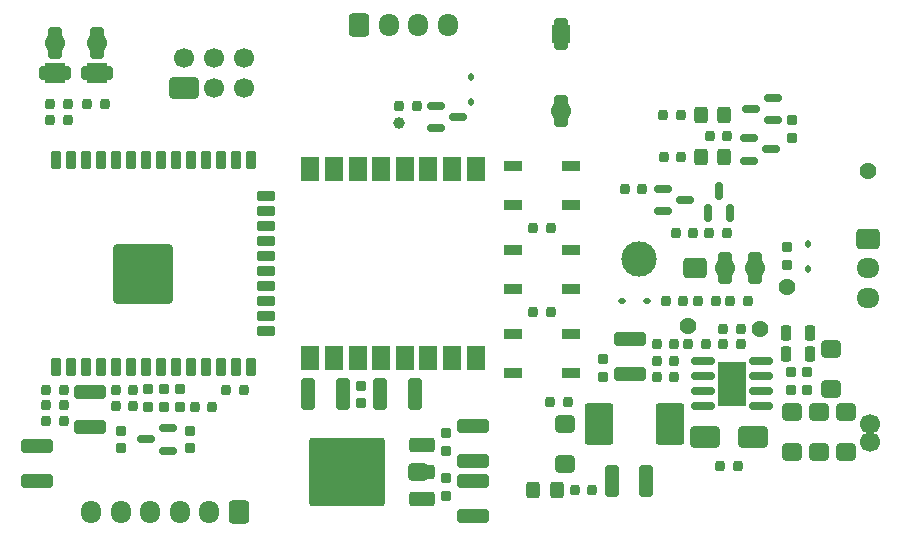
<source format=gbr>
%TF.GenerationSoftware,KiCad,Pcbnew,9.0.2*%
<<<<<<< HEAD
%TF.CreationDate,2025-06-18T20:52:38+02:00*%
=======
%TF.CreationDate,2025-06-17T18:05:03+02:00*%
>>>>>>> 2e23f7f8cb64151a60ec3d004f8241720292418e
%TF.ProjectId,Robobuoy-Top-v2_1,526f626f-6275-46f7-992d-546f702d7632,rev?*%
%TF.SameCoordinates,Original*%
%TF.FileFunction,Soldermask,Top*%
%TF.FilePolarity,Negative*%
%FSLAX46Y46*%
G04 Gerber Fmt 4.6, Leading zero omitted, Abs format (unit mm)*
<<<<<<< HEAD
G04 Created by KiCad (PCBNEW 9.0.2) date 2025-06-18 20:52:38*
=======
G04 Created by KiCad (PCBNEW 9.0.2) date 2025-06-17 18:05:03*
>>>>>>> 2e23f7f8cb64151a60ec3d004f8241720292418e
%MOMM*%
%LPD*%
G01*
G04 APERTURE LIST*
G04 Aperture macros list*
%AMRoundRect*
0 Rectangle with rounded corners*
0 $1 Rounding radius*
0 $2 $3 $4 $5 $6 $7 $8 $9 X,Y pos of 4 corners*
0 Add a 4 corners polygon primitive as box body*
4,1,4,$2,$3,$4,$5,$6,$7,$8,$9,$2,$3,0*
0 Add four circle primitives for the rounded corners*
1,1,$1+$1,$2,$3*
1,1,$1+$1,$4,$5*
1,1,$1+$1,$6,$7*
1,1,$1+$1,$8,$9*
0 Add four rect primitives between the rounded corners*
20,1,$1+$1,$2,$3,$4,$5,0*
20,1,$1+$1,$4,$5,$6,$7,0*
20,1,$1+$1,$6,$7,$8,$9,0*
20,1,$1+$1,$8,$9,$2,$3,0*%
G04 Aperture macros list end*
<<<<<<< HEAD
%ADD10RoundRect,0.317500X0.698500X0.317500X-0.698500X0.317500X-0.698500X-0.317500X0.698500X-0.317500X0*%
%ADD11RoundRect,0.300000X0.700000X0.300000X-0.700000X0.300000X-0.700000X-0.300000X0.700000X-0.300000X0*%
%ADD12RoundRect,0.500000X0.500000X1.100000X-0.500000X1.100000X-0.500000X-1.100000X0.500000X-1.100000X0*%
%ADD13RoundRect,0.250000X-0.650000X0.325000X-0.650000X-0.325000X0.650000X-0.325000X0.650000X0.325000X0*%
%ADD14RoundRect,0.090000X0.660000X0.360000X-0.660000X0.360000X-0.660000X-0.360000X0.660000X-0.360000X0*%
%ADD15RoundRect,0.200000X-0.200000X-0.250000X0.200000X-0.250000X0.200000X0.250000X-0.200000X0.250000X0*%
%ADD16RoundRect,0.200000X0.250000X-0.200000X0.250000X0.200000X-0.250000X0.200000X-0.250000X-0.200000X0*%
%ADD17RoundRect,0.200000X0.200000X0.250000X-0.200000X0.250000X-0.200000X-0.250000X0.200000X-0.250000X0*%
%ADD18RoundRect,0.250000X-0.600000X-0.725000X0.600000X-0.725000X0.600000X0.725000X-0.600000X0.725000X0*%
%ADD19O,1.700000X1.950000*%
%ADD20RoundRect,0.200000X-0.250000X0.200000X-0.250000X-0.200000X0.250000X-0.200000X0.250000X0.200000X0*%
%ADD21C,1.400000*%
%ADD22R,1.700000X1.700000*%
%ADD23C,1.700000*%
%ADD24RoundRect,0.225000X-0.225000X-0.425000X0.225000X-0.425000X0.225000X0.425000X-0.225000X0.425000X0*%
%ADD25RoundRect,0.250000X1.100000X-0.325000X1.100000X0.325000X-1.100000X0.325000X-1.100000X-0.325000X0*%
%ADD26RoundRect,0.250000X-0.325000X-1.100000X0.325000X-1.100000X0.325000X1.100000X-0.325000X1.100000X0*%
%ADD27RoundRect,0.250000X0.600000X-0.600000X0.600000X0.600000X-0.600000X0.600000X-0.600000X-0.600000X0*%
%ADD28RoundRect,0.150000X-0.587500X-0.150000X0.587500X-0.150000X0.587500X0.150000X-0.587500X0.150000X0*%
%ADD29RoundRect,0.112500X0.187500X0.112500X-0.187500X0.112500X-0.187500X-0.112500X0.187500X-0.112500X0*%
%ADD30RoundRect,0.250000X-1.000000X-0.650000X1.000000X-0.650000X1.000000X0.650000X-1.000000X0.650000X0*%
%ADD31RoundRect,0.300000X0.300000X0.400000X-0.300000X0.400000X-0.300000X-0.400000X0.300000X-0.400000X0*%
%ADD32RoundRect,0.250000X-1.100000X0.325000X-1.100000X-0.325000X1.100000X-0.325000X1.100000X0.325000X0*%
%ADD33R,1.500000X2.000000*%
%ADD34RoundRect,0.225000X0.225000X-0.525000X0.225000X0.525000X-0.225000X0.525000X-0.225000X-0.525000X0*%
%ADD35RoundRect,0.225000X0.525000X0.225000X-0.525000X0.225000X-0.525000X-0.225000X0.525000X-0.225000X0*%
%ADD36RoundRect,0.250000X2.250000X-2.250000X2.250000X2.250000X-2.250000X2.250000X-2.250000X-2.250000X0*%
%ADD37RoundRect,0.150000X0.825000X0.150000X-0.825000X0.150000X-0.825000X-0.150000X0.825000X-0.150000X0*%
%ADD38R,2.410000X3.810000*%
%ADD39RoundRect,0.150000X0.587500X0.150000X-0.587500X0.150000X-0.587500X-0.150000X0.587500X-0.150000X0*%
%ADD40RoundRect,0.250000X0.600000X0.725000X-0.600000X0.725000X-0.600000X-0.725000X0.600000X-0.725000X0*%
%ADD41RoundRect,0.250000X0.650000X-0.325000X0.650000X0.325000X-0.650000X0.325000X-0.650000X-0.325000X0*%
%ADD42RoundRect,0.112500X-0.112500X0.187500X-0.112500X-0.187500X0.112500X-0.187500X0.112500X0.187500X0*%
%ADD43RoundRect,0.206250X-0.618750X-0.618750X0.618750X-0.618750X0.618750X0.618750X-0.618750X0.618750X0*%
%ADD44RoundRect,0.250000X-0.725000X0.600000X-0.725000X-0.600000X0.725000X-0.600000X0.725000X0.600000X0*%
%ADD45O,1.950000X1.700000*%
%ADD46RoundRect,0.300000X-0.300000X-0.400000X0.300000X-0.400000X0.300000X0.400000X-0.300000X0.400000X0*%
%ADD47RoundRect,0.230769X0.969231X1.519231X-0.969231X1.519231X-0.969231X-1.519231X0.969231X-1.519231X0*%
%ADD48R,1.650000X1.650000*%
%ADD49RoundRect,0.250000X0.325000X1.100000X-0.325000X1.100000X-0.325000X-1.100000X0.325000X-1.100000X0*%
%ADD50C,3.000000*%
%ADD51RoundRect,0.375000X-0.475000X0.375000X-0.475000X-0.375000X0.475000X-0.375000X0.475000X0.375000X0*%
%ADD52RoundRect,0.150000X0.150000X-0.587500X0.150000X0.587500X-0.150000X0.587500X-0.150000X-0.587500X0*%
%ADD53C,1.000000*%
G04 APERTURE END LIST*
D10*
%TO.C,U201*%
X2489200Y-17258000D03*
D11*
X2489200Y-14958000D03*
X2489200Y-19558000D03*
D12*
X-3558800Y-17258000D03*
%TD*%
D13*
%TO.C,C203*%
X38836600Y-12368000D03*
X38836600Y-15318000D03*
%TD*%
D14*
=======
%ADD10RoundRect,0.375000X-0.475000X0.375000X-0.475000X-0.375000X0.475000X-0.375000X0.475000X0.375000X0*%
%ADD11RoundRect,0.090000X0.660000X0.360000X-0.660000X0.360000X-0.660000X-0.360000X0.660000X-0.360000X0*%
%ADD12RoundRect,0.200000X-0.200000X-0.250000X0.200000X-0.250000X0.200000X0.250000X-0.200000X0.250000X0*%
%ADD13RoundRect,0.200000X0.250000X-0.200000X0.250000X0.200000X-0.250000X0.200000X-0.250000X-0.200000X0*%
%ADD14RoundRect,0.200000X0.200000X0.250000X-0.200000X0.250000X-0.200000X-0.250000X0.200000X-0.250000X0*%
%ADD15RoundRect,0.250000X-0.600000X-0.725000X0.600000X-0.725000X0.600000X0.725000X-0.600000X0.725000X0*%
%ADD16O,1.700000X1.950000*%
%ADD17RoundRect,0.200000X-0.250000X0.200000X-0.250000X-0.200000X0.250000X-0.200000X0.250000X0.200000X0*%
%ADD18C,1.400000*%
%ADD19R,1.700000X1.700000*%
%ADD20C,1.700000*%
%ADD21RoundRect,0.225000X-0.225000X-0.425000X0.225000X-0.425000X0.225000X0.425000X-0.225000X0.425000X0*%
%ADD22RoundRect,0.250000X1.100000X-0.325000X1.100000X0.325000X-1.100000X0.325000X-1.100000X-0.325000X0*%
%ADD23RoundRect,0.250000X-0.325000X-1.100000X0.325000X-1.100000X0.325000X1.100000X-0.325000X1.100000X0*%
%ADD24RoundRect,0.250000X0.600000X-0.600000X0.600000X0.600000X-0.600000X0.600000X-0.600000X-0.600000X0*%
%ADD25RoundRect,0.150000X-0.587500X-0.150000X0.587500X-0.150000X0.587500X0.150000X-0.587500X0.150000X0*%
%ADD26RoundRect,0.112500X0.187500X0.112500X-0.187500X0.112500X-0.187500X-0.112500X0.187500X-0.112500X0*%
%ADD27RoundRect,0.250000X-1.000000X-0.650000X1.000000X-0.650000X1.000000X0.650000X-1.000000X0.650000X0*%
%ADD28RoundRect,0.300000X0.300000X0.400000X-0.300000X0.400000X-0.300000X-0.400000X0.300000X-0.400000X0*%
%ADD29RoundRect,0.250000X-1.100000X0.325000X-1.100000X-0.325000X1.100000X-0.325000X1.100000X0.325000X0*%
%ADD30R,1.500000X2.000000*%
%ADD31RoundRect,0.225000X0.225000X-0.525000X0.225000X0.525000X-0.225000X0.525000X-0.225000X-0.525000X0*%
%ADD32RoundRect,0.225000X0.525000X0.225000X-0.525000X0.225000X-0.525000X-0.225000X0.525000X-0.225000X0*%
%ADD33RoundRect,0.250000X2.250000X-2.250000X2.250000X2.250000X-2.250000X2.250000X-2.250000X-2.250000X0*%
%ADD34RoundRect,0.150000X0.825000X0.150000X-0.825000X0.150000X-0.825000X-0.150000X0.825000X-0.150000X0*%
%ADD35R,2.410000X3.810000*%
%ADD36RoundRect,0.250000X0.850000X0.350000X-0.850000X0.350000X-0.850000X-0.350000X0.850000X-0.350000X0*%
%ADD37RoundRect,0.249997X2.950003X2.650003X-2.950003X2.650003X-2.950003X-2.650003X2.950003X-2.650003X0*%
%ADD38RoundRect,0.150000X0.587500X0.150000X-0.587500X0.150000X-0.587500X-0.150000X0.587500X-0.150000X0*%
%ADD39RoundRect,0.250000X0.600000X0.725000X-0.600000X0.725000X-0.600000X-0.725000X0.600000X-0.725000X0*%
%ADD40RoundRect,0.375000X0.475000X-0.375000X0.475000X0.375000X-0.475000X0.375000X-0.475000X-0.375000X0*%
%ADD41RoundRect,0.112500X-0.112500X0.187500X-0.112500X-0.187500X0.112500X-0.187500X0.112500X0.187500X0*%
%ADD42RoundRect,0.206250X-0.618750X-0.618750X0.618750X-0.618750X0.618750X0.618750X-0.618750X0.618750X0*%
%ADD43RoundRect,0.250000X-0.725000X0.600000X-0.725000X-0.600000X0.725000X-0.600000X0.725000X0.600000X0*%
%ADD44O,1.950000X1.700000*%
%ADD45RoundRect,0.300000X-0.300000X-0.400000X0.300000X-0.400000X0.300000X0.400000X-0.300000X0.400000X0*%
%ADD46RoundRect,0.230769X0.969231X1.519231X-0.969231X1.519231X-0.969231X-1.519231X0.969231X-1.519231X0*%
%ADD47R,1.650000X1.650000*%
%ADD48RoundRect,0.250000X0.325000X1.100000X-0.325000X1.100000X-0.325000X-1.100000X0.325000X-1.100000X0*%
%ADD49C,3.000000*%
%ADD50RoundRect,0.150000X0.150000X-0.587500X0.150000X0.587500X-0.150000X0.587500X-0.150000X-0.587500X0*%
%ADD51C,1.000000*%
G04 APERTURE END LIST*
D10*
%TO.C,C203*%
X38747000Y-12143000D03*
X38747000Y-15543000D03*
%TD*%
D11*
>>>>>>> 2e23f7f8cb64151a60ec3d004f8241720292418e
%TO.C,D102*%
X15429400Y-8873000D03*
X15429400Y-5573000D03*
X10529400Y-5573000D03*
X10529400Y-8873000D03*
%TD*%
<<<<<<< HEAD
D15*
=======
D12*
>>>>>>> 2e23f7f8cb64151a60ec3d004f8241720292418e
%TO.C,R103*%
X-23102000Y-11633200D03*
X-21602000Y-11633200D03*
%TD*%
%TO.C,C215*%
X22706200Y-9169400D03*
X24206200Y-9169400D03*
%TD*%
<<<<<<< HEAD
D16*
=======
D13*
>>>>>>> 2e23f7f8cb64151a60ec3d004f8241720292418e
%TO.C,C205*%
X35445000Y-10275000D03*
X35445000Y-8775000D03*
%TD*%
<<<<<<< HEAD
D17*
=======
D14*
>>>>>>> 2e23f7f8cb64151a60ec3d004f8241720292418e
%TO.C,R110*%
X24778400Y13004800D03*
X23278400Y13004800D03*
%TD*%
<<<<<<< HEAD
D18*
%TO.C,J103*%
X-2463800Y20650200D03*
D19*
=======
D15*
%TO.C,J103*%
X-2463800Y20650200D03*
D16*
>>>>>>> 2e23f7f8cb64151a60ec3d004f8241720292418e
X36200Y20650200D03*
X2536200Y20650200D03*
X5036200Y20650200D03*
%TD*%
<<<<<<< HEAD
D20*
=======
D17*
>>>>>>> 2e23f7f8cb64151a60ec3d004f8241720292418e
%TO.C,R105*%
X-22606000Y-13728000D03*
X-22606000Y-15228000D03*
%TD*%
<<<<<<< HEAD
D17*
=======
D14*
>>>>>>> 2e23f7f8cb64151a60ec3d004f8241720292418e
%TO.C,R217*%
X-14896400Y-11709400D03*
X-16396400Y-11709400D03*
%TD*%
<<<<<<< HEAD
D15*
=======
D12*
>>>>>>> 2e23f7f8cb64151a60ec3d004f8241720292418e
%TO.C,C101*%
X-28639200Y12547600D03*
X-27139200Y12547600D03*
%TD*%
<<<<<<< HEAD
D17*
=======
D14*
>>>>>>> 2e23f7f8cb64151a60ec3d004f8241720292418e
%TO.C,R102*%
X-27139200Y13919200D03*
X-28639200Y13919200D03*
%TD*%
<<<<<<< HEAD
D21*
%TO.C,TP204*%
X33731200Y-1574800D03*
%TD*%
D14*
=======
D18*
%TO.C,TP204*%
X33731200Y-1574800D03*
%TD*%
D11*
>>>>>>> 2e23f7f8cb64151a60ec3d004f8241720292418e
%TO.C,D104*%
X15429400Y5351000D03*
X15429400Y8651000D03*
X10529400Y8651000D03*
X10529400Y5351000D03*
%TD*%
<<<<<<< HEAD
D15*
=======
D12*
>>>>>>> 2e23f7f8cb64151a60ec3d004f8241720292418e
%TO.C,R108*%
X-13754800Y-10312400D03*
X-12254800Y-10312400D03*
%TD*%
%TO.C,R219*%
X15772000Y-18719800D03*
X17272000Y-18719800D03*
%TD*%
<<<<<<< HEAD
D13*
%TO.C,C201*%
X34112200Y-12368000D03*
X34112200Y-15318000D03*
%TD*%
D22*
%TO.C,SW102*%
X-28194000Y16505000D03*
D23*
X-28194000Y19045000D03*
%TD*%
D15*
=======
D10*
%TO.C,C201*%
X34175000Y-12143000D03*
X34175000Y-15543000D03*
%TD*%
D19*
%TO.C,SW102*%
X-28194000Y16505000D03*
D20*
X-28194000Y19045000D03*
%TD*%
D12*
>>>>>>> 2e23f7f8cb64151a60ec3d004f8241720292418e
%TO.C,C110*%
X-23102000Y-10312400D03*
X-21602000Y-10312400D03*
%TD*%
<<<<<<< HEAD
D24*
=======
D21*
>>>>>>> 2e23f7f8cb64151a60ec3d004f8241720292418e
%TO.C,C210*%
X33683000Y-5461000D03*
X35683000Y-5461000D03*
%TD*%
<<<<<<< HEAD
D25*
=======
D22*
>>>>>>> 2e23f7f8cb64151a60ec3d004f8241720292418e
%TO.C,C207*%
X7162800Y-16334000D03*
X7162800Y-13384000D03*
%TD*%
<<<<<<< HEAD
D26*
=======
D23*
>>>>>>> 2e23f7f8cb64151a60ec3d004f8241720292418e
%TO.C,C217*%
X18895800Y-18034000D03*
X21845800Y-18034000D03*
%TD*%
<<<<<<< HEAD
D17*
=======
D14*
>>>>>>> 2e23f7f8cb64151a60ec3d004f8241720292418e
%TO.C,R205*%
X24794400Y9448800D03*
X23294400Y9448800D03*
%TD*%
%TO.C,C105*%
X-27494800Y-11582400D03*
X-28994800Y-11582400D03*
%TD*%
<<<<<<< HEAD
D16*
=======
D13*
>>>>>>> 2e23f7f8cb64151a60ec3d004f8241720292418e
%TO.C,C206*%
X34061400Y-10275000D03*
X34061400Y-8775000D03*
%TD*%
<<<<<<< HEAD
D15*
=======
D12*
>>>>>>> 2e23f7f8cb64151a60ec3d004f8241720292418e
%TO.C,R215*%
X25398600Y-6426200D03*
X26898600Y-6426200D03*
%TD*%
<<<<<<< HEAD
D20*
=======
D17*
>>>>>>> 2e23f7f8cb64151a60ec3d004f8241720292418e
%TO.C,R104*%
X-16764000Y-13728000D03*
X-16764000Y-15228000D03*
%TD*%
<<<<<<< HEAD
D21*
%TO.C,TP202*%
X40640000Y8280400D03*
%TD*%
D15*
=======
D18*
%TO.C,TP202*%
X40640000Y8280400D03*
%TD*%
D12*
>>>>>>> 2e23f7f8cb64151a60ec3d004f8241720292418e
%TO.C,R214*%
X22706200Y-6426200D03*
X24206200Y-6426200D03*
%TD*%
<<<<<<< HEAD
D20*
=======
D17*
>>>>>>> 2e23f7f8cb64151a60ec3d004f8241720292418e
%TO.C,C220*%
X-20320000Y-10222800D03*
X-20320000Y-11722800D03*
%TD*%
<<<<<<< HEAD
D17*
=======
D14*
>>>>>>> 2e23f7f8cb64151a60ec3d004f8241720292418e
%TO.C,R206*%
X29845000Y-6426200D03*
X28345000Y-6426200D03*
%TD*%
%TO.C,R107*%
X2401000Y13741400D03*
X901000Y13741400D03*
%TD*%
<<<<<<< HEAD
D27*
%TO.C,J101*%
X-17277000Y15249500D03*
D23*
=======
D24*
%TO.C,J101*%
X-17277000Y15249500D03*
D20*
>>>>>>> 2e23f7f8cb64151a60ec3d004f8241720292418e
X-17277000Y17789500D03*
X-14737000Y15249500D03*
X-14737000Y17789500D03*
X-12197000Y15249500D03*
X-12197000Y17789500D03*
%TD*%
<<<<<<< HEAD
D20*
%TO.C,R106*%
X40741600Y-13194600D03*
X40741600Y-14694600D03*
%TD*%
D28*
=======
D17*
%TO.C,R106*%
X40665400Y-13194600D03*
X40665400Y-14694600D03*
%TD*%
D25*
>>>>>>> 2e23f7f8cb64151a60ec3d004f8241720292418e
%TO.C,Q203*%
X23243300Y6729900D03*
X23243300Y4829900D03*
X25118300Y5779900D03*
%TD*%
<<<<<<< HEAD
D17*
=======
D14*
>>>>>>> 2e23f7f8cb64151a60ec3d004f8241720292418e
%TO.C,C107*%
X13729400Y-3667000D03*
X12229400Y-3667000D03*
%TD*%
<<<<<<< HEAD
D29*
=======
D26*
>>>>>>> 2e23f7f8cb64151a60ec3d004f8241720292418e
%TO.C,D202*%
X21878000Y-2794000D03*
X19778000Y-2794000D03*
%TD*%
<<<<<<< HEAD
D16*
=======
D13*
>>>>>>> 2e23f7f8cb64151a60ec3d004f8241720292418e
%TO.C,C208*%
X4876800Y-15431200D03*
X4876800Y-13931200D03*
%TD*%
<<<<<<< HEAD
D17*
=======
D14*
>>>>>>> 2e23f7f8cb64151a60ec3d004f8241720292418e
%TO.C,R203*%
X30417200Y-2717800D03*
X28917200Y-2717800D03*
%TD*%
<<<<<<< HEAD
D28*
=======
D25*
>>>>>>> 2e23f7f8cb64151a60ec3d004f8241720292418e
%TO.C,Q117*%
X30523700Y11022500D03*
X30523700Y9122500D03*
X32398700Y10072500D03*
%TD*%
<<<<<<< HEAD
D13*
%TO.C,C202*%
X36461000Y-12368000D03*
X36461000Y-15318000D03*
%TD*%
D22*
%TO.C,SW101*%
X-24638000Y16510000D03*
D23*
X-24638000Y19050000D03*
%TD*%
D16*
=======
D10*
%TO.C,C202*%
X36461000Y-12143000D03*
X36461000Y-15543000D03*
%TD*%
D19*
%TO.C,SW101*%
X-24638000Y16510000D03*
D20*
X-24638000Y19050000D03*
%TD*%
D13*
>>>>>>> 2e23f7f8cb64151a60ec3d004f8241720292418e
%TO.C,C219*%
X18135600Y-9208200D03*
X18135600Y-7708200D03*
%TD*%
<<<<<<< HEAD
D30*
=======
D27*
>>>>>>> 2e23f7f8cb64151a60ec3d004f8241720292418e
%TO.C,D204*%
X26841000Y-14249400D03*
X30841000Y-14249400D03*
%TD*%
<<<<<<< HEAD
D15*
=======
D12*
>>>>>>> 2e23f7f8cb64151a60ec3d004f8241720292418e
%TO.C,R201*%
X23481600Y-2717800D03*
X24981600Y-2717800D03*
%TD*%
<<<<<<< HEAD
D31*
=======
D28*
>>>>>>> 2e23f7f8cb64151a60ec3d004f8241720292418e
%TO.C,D105*%
X28448000Y13004800D03*
X26448000Y13004800D03*
%TD*%
<<<<<<< HEAD
D32*
=======
D29*
>>>>>>> 2e23f7f8cb64151a60ec3d004f8241720292418e
%TO.C,C212*%
X7162800Y-18006800D03*
X7162800Y-20956800D03*
%TD*%
<<<<<<< HEAD
D15*
=======
D12*
>>>>>>> 2e23f7f8cb64151a60ec3d004f8241720292418e
%TO.C,C213*%
X28091000Y-16713200D03*
X29591000Y-16713200D03*
%TD*%
<<<<<<< HEAD
D24*
=======
D21*
>>>>>>> 2e23f7f8cb64151a60ec3d004f8241720292418e
%TO.C,C211*%
X33683000Y-7239000D03*
X35683000Y-7239000D03*
%TD*%
<<<<<<< HEAD
D17*
=======
D14*
>>>>>>> 2e23f7f8cb64151a60ec3d004f8241720292418e
%TO.C,C106*%
X-27494800Y-12903200D03*
X-28994800Y-12903200D03*
%TD*%
<<<<<<< HEAD
D33*
=======
D30*
>>>>>>> 2e23f7f8cb64151a60ec3d004f8241720292418e
%TO.C,U301*%
X-6610000Y-7610000D03*
X-4610000Y-7610000D03*
X-2610000Y-7610000D03*
X-610000Y-7610000D03*
X1390000Y-7610000D03*
X3390000Y-7610000D03*
X5390000Y-7610000D03*
X7390000Y-7610000D03*
X7390000Y8390000D03*
X5390000Y8390000D03*
X3390000Y8390000D03*
X1390000Y8390000D03*
X-610000Y8390000D03*
X-2610000Y8390000D03*
X-4610000Y8390000D03*
X-6610000Y8390000D03*
%TD*%
<<<<<<< HEAD
D14*
=======
D11*
>>>>>>> 2e23f7f8cb64151a60ec3d004f8241720292418e
%TO.C,D103*%
X15429400Y-1777000D03*
X15429400Y1523000D03*
X10529400Y1523000D03*
X10529400Y-1777000D03*
%TD*%
<<<<<<< HEAD
D15*
=======
D12*
>>>>>>> 2e23f7f8cb64151a60ec3d004f8241720292418e
%TO.C,R212*%
X27164600Y2971800D03*
X28664600Y2971800D03*
%TD*%
<<<<<<< HEAD
D26*
=======
D23*
>>>>>>> 2e23f7f8cb64151a60ec3d004f8241720292418e
%TO.C,C301*%
X-713000Y-10668000D03*
X2237000Y-10668000D03*
%TD*%
<<<<<<< HEAD
D20*
=======
D17*
>>>>>>> 2e23f7f8cb64151a60ec3d004f8241720292418e
%TO.C,R216*%
X-17653000Y-10248200D03*
X-17653000Y-11748200D03*
%TD*%
%TO.C,C209*%
X4902200Y-17741200D03*
X4902200Y-19241200D03*
%TD*%
<<<<<<< HEAD
D34*
=======
D31*
>>>>>>> 2e23f7f8cb64151a60ec3d004f8241720292418e
%TO.C,U101*%
X-28117000Y-8360000D03*
X-26847000Y-8360000D03*
X-25577000Y-8360000D03*
X-24307000Y-8360000D03*
X-23037000Y-8360000D03*
X-21767000Y-8360000D03*
X-20497000Y-8360000D03*
X-19227000Y-8360000D03*
X-17957000Y-8360000D03*
X-16687000Y-8360000D03*
X-15417000Y-8360000D03*
X-14147000Y-8360000D03*
X-12877000Y-8360000D03*
X-11607000Y-8360000D03*
<<<<<<< HEAD
D35*
=======
D32*
>>>>>>> 2e23f7f8cb64151a60ec3d004f8241720292418e
X-10357000Y-5325000D03*
X-10357000Y-4055000D03*
X-10357000Y-2785000D03*
X-10357000Y-1515000D03*
X-10357000Y-245000D03*
X-10357000Y1025000D03*
X-10357000Y2295000D03*
X-10357000Y3565000D03*
X-10357000Y4835000D03*
X-10357000Y6105000D03*
<<<<<<< HEAD
D34*
=======
D31*
>>>>>>> 2e23f7f8cb64151a60ec3d004f8241720292418e
X-11607000Y9140000D03*
X-12877000Y9140000D03*
X-14147000Y9140000D03*
X-15417000Y9140000D03*
X-16687000Y9140000D03*
X-17957000Y9140000D03*
X-19227000Y9140000D03*
X-20497000Y9140000D03*
X-21767000Y9140000D03*
X-23037000Y9140000D03*
X-24307000Y9140000D03*
X-25577000Y9140000D03*
X-26847000Y9140000D03*
X-28117000Y9140000D03*
<<<<<<< HEAD
D36*
X-20772000Y-470000D03*
%TD*%
D37*
=======
D33*
X-20772000Y-470000D03*
%TD*%
D34*
>>>>>>> 2e23f7f8cb64151a60ec3d004f8241720292418e
%TO.C,U202*%
X31570000Y-11684000D03*
X31570000Y-10414000D03*
X31570000Y-9144000D03*
X31570000Y-7874000D03*
X26620000Y-7874000D03*
X26620000Y-9144000D03*
X26620000Y-10414000D03*
X26620000Y-11684000D03*
<<<<<<< HEAD
D38*
X29095000Y-9779000D03*
%TD*%
D21*
%TO.C,TP201*%
X31431800Y-5105400D03*
%TD*%
D39*
=======
D35*
X29095000Y-9779000D03*
%TD*%
D18*
%TO.C,TP201*%
X31431800Y-5105400D03*
%TD*%
D36*
%TO.C,U201*%
X2804800Y-19501200D03*
X2804800Y-17221200D03*
D37*
X-3495200Y-17221200D03*
D36*
X2804800Y-14941200D03*
%TD*%
D38*
>>>>>>> 2e23f7f8cb64151a60ec3d004f8241720292418e
%TO.C,Q201*%
X32551100Y12562800D03*
X32551100Y14462800D03*
X30676100Y13512800D03*
%TD*%
<<<<<<< HEAD
D20*
=======
D17*
>>>>>>> 2e23f7f8cb64151a60ec3d004f8241720292418e
%TO.C,R218*%
X-18999200Y-10222800D03*
X-18999200Y-11722800D03*
%TD*%
<<<<<<< HEAD
D39*
=======
D38*
>>>>>>> 2e23f7f8cb64151a60ec3d004f8241720292418e
%TO.C,Q101*%
X-18620500Y-15428000D03*
X-18620500Y-13528000D03*
X-20495500Y-14478000D03*
%TD*%
<<<<<<< HEAD
D16*
=======
D13*
>>>>>>> 2e23f7f8cb64151a60ec3d004f8241720292418e
%TO.C,R109*%
X34204400Y11035600D03*
X34204400Y12535600D03*
%TD*%
<<<<<<< HEAD
D32*
=======
D29*
>>>>>>> 2e23f7f8cb64151a60ec3d004f8241720292418e
%TO.C,C103*%
X-29718000Y-15035000D03*
X-29718000Y-17985000D03*
%TD*%
<<<<<<< HEAD
D15*
=======
D12*
>>>>>>> 2e23f7f8cb64151a60ec3d004f8241720292418e
%TO.C,C218*%
X22706200Y-7848600D03*
X24206200Y-7848600D03*
%TD*%
<<<<<<< HEAD
D40*
%TO.C,J102*%
X-12649200Y-20599400D03*
D19*
=======
D39*
%TO.C,J102*%
X-12649200Y-20599400D03*
D16*
>>>>>>> 2e23f7f8cb64151a60ec3d004f8241720292418e
X-15149200Y-20599400D03*
X-17649200Y-20599400D03*
X-20149200Y-20599400D03*
X-22649200Y-20599400D03*
X-25149200Y-20599400D03*
%TD*%
<<<<<<< HEAD
D41*
%TO.C,C204*%
X37477000Y-9984000D03*
X37477000Y-7034000D03*
%TD*%
D20*
=======
D40*
%TO.C,C204*%
X37477000Y-10209000D03*
X37477000Y-6809000D03*
%TD*%
D17*
>>>>>>> 2e23f7f8cb64151a60ec3d004f8241720292418e
%TO.C,C303*%
X-2286000Y-9918000D03*
X-2286000Y-11418000D03*
%TD*%
<<<<<<< HEAD
D42*
=======
D41*
>>>>>>> 2e23f7f8cb64151a60ec3d004f8241720292418e
%TO.C,D101*%
X6959600Y16188400D03*
X6959600Y14088400D03*
%TD*%
<<<<<<< HEAD
D43*
%TO.C,SW201*%
X25960000Y0D03*
D23*
X28500000Y0D03*
X31040000Y0D03*
%TD*%
D17*
=======
D42*
%TO.C,SW201*%
X25960000Y0D03*
D20*
X28500000Y0D03*
X31040000Y0D03*
%TD*%
D14*
>>>>>>> 2e23f7f8cb64151a60ec3d004f8241720292418e
%TO.C,C104*%
X-27494800Y-10261600D03*
X-28994800Y-10261600D03*
%TD*%
<<<<<<< HEAD
D44*
%TO.C,J201*%
X40640000Y2500000D03*
D45*
X40640000Y0D03*
X40640000Y-2500000D03*
%TD*%
D31*
=======
D43*
%TO.C,J201*%
X40640000Y2500000D03*
D44*
X40640000Y0D03*
X40640000Y-2500000D03*
%TD*%
D28*
>>>>>>> 2e23f7f8cb64151a60ec3d004f8241720292418e
%TO.C,D108*%
X28448000Y9448800D03*
X26448000Y9448800D03*
%TD*%
<<<<<<< HEAD
D46*
=======
D45*
>>>>>>> 2e23f7f8cb64151a60ec3d004f8241720292418e
%TO.C,D205*%
X12258800Y-18719800D03*
X14258800Y-18719800D03*
%TD*%
<<<<<<< HEAD
D20*
=======
D17*
>>>>>>> 2e23f7f8cb64151a60ec3d004f8241720292418e
%TO.C,R129*%
X33731200Y1782800D03*
X33731200Y282800D03*
%TD*%
<<<<<<< HEAD
D47*
=======
D46*
>>>>>>> 2e23f7f8cb64151a60ec3d004f8241720292418e
%TO.C,L201*%
X23828000Y-13131800D03*
X17828000Y-13131800D03*
%TD*%
<<<<<<< HEAD
D15*
=======
D12*
>>>>>>> 2e23f7f8cb64151a60ec3d004f8241720292418e
%TO.C,R202*%
X26224800Y-2717800D03*
X27724800Y-2717800D03*
%TD*%
<<<<<<< HEAD
D25*
=======
D22*
>>>>>>> 2e23f7f8cb64151a60ec3d004f8241720292418e
%TO.C,C216*%
X20459000Y-8968000D03*
X20459000Y-6018000D03*
%TD*%
<<<<<<< HEAD
D17*
=======
D14*
>>>>>>> 2e23f7f8cb64151a60ec3d004f8241720292418e
%TO.C,R111*%
X28706000Y11226800D03*
X27206000Y11226800D03*
%TD*%
<<<<<<< HEAD
D48*
%TO.C,BZ101*%
X14579600Y19861600D03*
D23*
X14579600Y13361600D03*
%TD*%
D28*
=======
D47*
%TO.C,BZ101*%
X14579600Y19861600D03*
D20*
X14579600Y13361600D03*
%TD*%
D25*
>>>>>>> 2e23f7f8cb64151a60ec3d004f8241720292418e
%TO.C,Q102*%
X4040900Y13751600D03*
X4040900Y11851600D03*
X5915900Y12801600D03*
%TD*%
<<<<<<< HEAD
D17*
=======
D14*
>>>>>>> 2e23f7f8cb64151a60ec3d004f8241720292418e
%TO.C,R210*%
X21501800Y6731000D03*
X20001800Y6731000D03*
%TD*%
<<<<<<< HEAD
D21*
%TO.C,TP203*%
X25386600Y-4851400D03*
%TD*%
D17*
=======
D18*
%TO.C,TP203*%
X25386600Y-4851400D03*
%TD*%
D14*
>>>>>>> 2e23f7f8cb64151a60ec3d004f8241720292418e
%TO.C,C108*%
X13729400Y3445000D03*
X12229400Y3445000D03*
%TD*%
<<<<<<< HEAD
D42*
=======
D41*
>>>>>>> 2e23f7f8cb64151a60ec3d004f8241720292418e
%TO.C,D109*%
X35509200Y2082800D03*
X35509200Y-17200D03*
%TD*%
<<<<<<< HEAD
D49*
=======
D48*
>>>>>>> 2e23f7f8cb64151a60ec3d004f8241720292418e
%TO.C,C302*%
X-3859000Y-10668000D03*
X-6809000Y-10668000D03*
%TD*%
<<<<<<< HEAD
D25*
=======
D22*
>>>>>>> 2e23f7f8cb64151a60ec3d004f8241720292418e
%TO.C,C102*%
X-25298400Y-13413000D03*
X-25298400Y-10463000D03*
%TD*%
<<<<<<< HEAD
D15*
=======
D12*
>>>>>>> 2e23f7f8cb64151a60ec3d004f8241720292418e
%TO.C,R101*%
X-25489600Y13919200D03*
X-23989600Y13919200D03*
%TD*%
<<<<<<< HEAD
D50*
%TO.C,TP205*%
X21183600Y812800D03*
%TD*%
D51*
=======
D49*
%TO.C,TP205*%
X21183600Y812800D03*
%TD*%
D10*
>>>>>>> 2e23f7f8cb64151a60ec3d004f8241720292418e
%TO.C,C221*%
X14986000Y-13133600D03*
X14986000Y-16533600D03*
%TD*%
<<<<<<< HEAD
D17*
=======
D14*
>>>>>>> 2e23f7f8cb64151a60ec3d004f8241720292418e
%TO.C,C109*%
X15177200Y-11277600D03*
X13677200Y-11277600D03*
%TD*%
%TO.C,R204*%
X29845000Y-5105400D03*
X28345000Y-5105400D03*
%TD*%
<<<<<<< HEAD
D52*
=======
D50*
>>>>>>> 2e23f7f8cb64151a60ec3d004f8241720292418e
%TO.C,Q204*%
X27026700Y4650500D03*
X28926700Y4650500D03*
X27976700Y6525500D03*
%TD*%
<<<<<<< HEAD
D15*
=======
D12*
>>>>>>> 2e23f7f8cb64151a60ec3d004f8241720292418e
%TO.C,R213*%
X24319800Y2971800D03*
X25819800Y2971800D03*
%TD*%
<<<<<<< HEAD
D53*
=======
D51*
>>>>>>> 2e23f7f8cb64151a60ec3d004f8241720292418e
%TO.C,TP101*%
X889000Y12344400D03*
%TD*%
M02*

</source>
